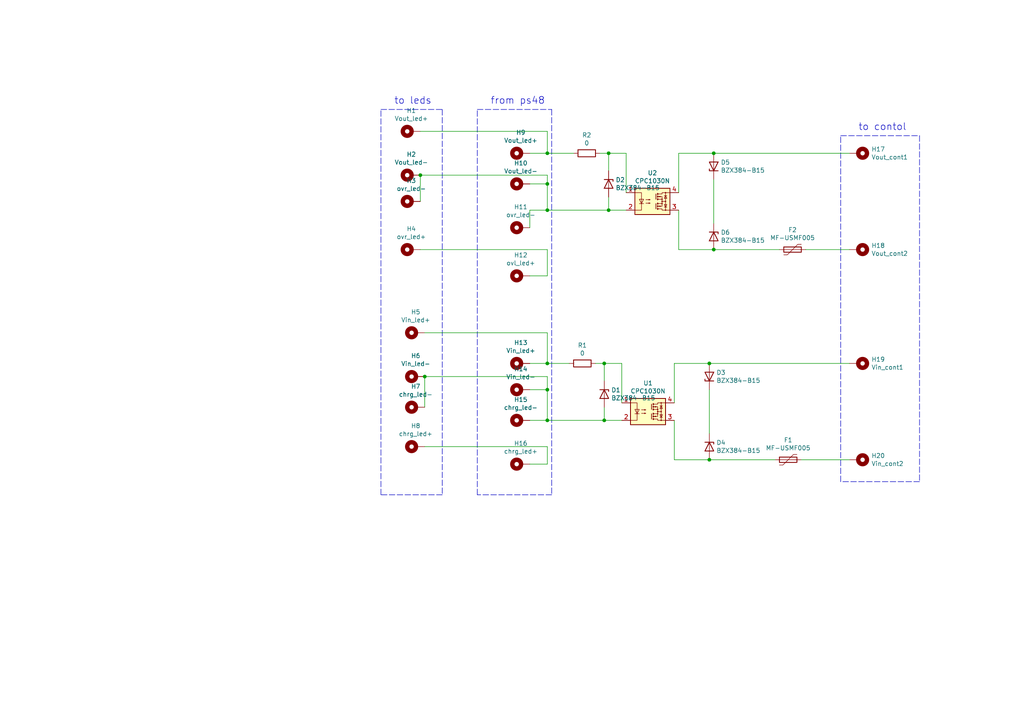
<source format=kicad_sch>
(kicad_sch (version 20211123) (generator eeschema)
  (paper "A4")
  (lib_symbols
    (symbol "Device:Polyfuse" (pin_numbers hide) (pin_names (offset 0))
      (property "Reference" "F" (at -2.54 0 90))
      (property "Value" "Polyfuse" (at 2.54 0 90))
      (symbol "Polyfuse_0_1"
        (rectangle (start -0.762 2.54) (end 0.762 -2.54) (stroke (width 0.254)))
        (polyline (pts (xy 0 2.54) (xy 0 -2.54)))
        (polyline (pts (xy -1.524 2.54) (xy -1.524 1.524) (xy 1.524 -1.524) (xy 1.524 -2.54)))
      )
      (symbol "Polyfuse_1_1"
        (pin passive line (at 0 3.81 270) (length 1.27) (name "~") (number "1"))
        (pin passive line (at 0 -3.81 90) (length 1.27) (name "~") (number "2"))
      )
    )
    (symbol "Device:R" (pin_numbers hide) (pin_names (offset 0))
      (property "Reference" "R" (at 2.032 0 90))
      (property "Value" "R" (at 0 0 90))
      (symbol "R_0_1"
        (rectangle (start -1.016 -2.54) (end 1.016 2.54) (stroke (width 0.254)))
      )
      (symbol "R_1_1"
        (pin passive line (at 0 3.81 270) (length 1.27) (name "~") (number "1"))
        (pin passive line (at 0 -3.81 90) (length 1.27) (name "~") (number "2"))
      )
    )
    (symbol "Diode:BZX384-xxx" (pin_numbers hide) (pin_names hide)
      (property "Reference" "D" (at 0 2.54 0))
      (property "Value" "BZX384-xxx" (at 0 -2.54 0))
      (symbol "BZX384-xxx_0_1"
        (polyline (pts (xy 1.27 0) (xy -1.27 0)))
        (polyline (pts (xy -1.27 -1.27) (xy -1.27 1.27) (xy -0.762 1.27)) (stroke (width 0.254)))
        (polyline (pts (xy 1.27 -1.27) (xy 1.27 1.27) (xy -1.27 0) (xy 1.27 -1.27)) (stroke (width 0.254)))
      )
      (symbol "BZX384-xxx_1_1"
        (pin passive line (at -3.81 0 0) (length 2.54) (name "K") (number "1"))
        (pin passive line (at 3.81 0 180) (length 2.54) (name "A") (number "2"))
      )
    )
    (symbol "Mechanical:MountingHole_Pad" (pin_numbers hide) (pin_names (offset 1.016) hide)
      (property "Reference" "H" (at 0 6.35 0))
      (property "Value" "MountingHole_Pad" (at 0 4.445 0))
      (symbol "MountingHole_Pad_0_1"
        (circle (center 0 1.27) (radius 1.27) (stroke (width 1.27)))
      )
      (symbol "MountingHole_Pad_1_1"
        (pin input line (at 0 -2.54 90) (length 2.54) (name "1") (number "1"))
      )
    )
    (symbol "Relay_SolidState:CPC1017N"
      (property "Reference" "U" (at -5.08 5.08 0))
      (property "Value" "CPC1017N" (at 0 5.08 0))
      (symbol "CPC1017N_0_1"
        (rectangle (start -5.08 3.81) (end 5.08 -3.81) (stroke (width 0.254)) (fill (type background)))
        (polyline (pts (xy -3.81 -0.635) (xy -2.54 -0.635)))
        (polyline (pts (xy 1.016 -0.635) (xy 1.016 -2.159)) (stroke (width 0.2032)))
        (polyline (pts (xy 1.016 2.159) (xy 1.016 0.635)) (stroke (width 0.2032)))
        (polyline (pts (xy 1.524 -0.508) (xy 1.524 -0.762)) (stroke (width 0.3556)))
        (polyline (pts (xy 2.794 0) (xy 3.81 0)))
        (polyline (pts (xy 3.429 -1.651) (xy 4.191 -1.651)))
        (polyline (pts (xy 3.429 1.651) (xy 4.191 1.651)))
        (polyline (pts (xy 3.81 -2.54) (xy 3.81 2.54)))
        (polyline (pts (xy 1.524 -2.032) (xy 1.524 -2.286) (xy 1.524 -2.286)) (stroke (width 0.3556)))
        (polyline (pts (xy 1.524 -1.27) (xy 1.524 -1.524) (xy 1.524 -1.524)) (stroke (width 0.3556)))
        (polyline (pts (xy 1.524 0.762) (xy 1.524 0.508) (xy 1.524 0.508)) (stroke (width 0.3556)))
        (polyline (pts (xy 1.524 1.524) (xy 1.524 1.27) (xy 1.524 1.27)) (stroke (width 0.3556)))
        (polyline (pts (xy 1.524 2.286) (xy 1.524 2.032) (xy 1.524 2.032)) (stroke (width 0.3556)))
        (polyline (pts (xy 1.651 -1.397) (xy 2.794 -1.397) (xy 2.794 -0.635)))
        (polyline (pts (xy 1.651 1.397) (xy 2.794 1.397) (xy 2.794 0.635)))
        (polyline (pts (xy -5.08 2.54) (xy -3.175 2.54) (xy -3.175 -2.54) (xy -5.08 -2.54)))
        (polyline (pts (xy -3.175 -0.635) (xy -3.81 0.635) (xy -2.54 0.635) (xy -3.175 -0.635)))
        (polyline (pts (xy 1.651 -2.159) (xy 2.794 -2.159) (xy 2.794 -2.54) (xy 5.08 -2.54)))
        (polyline (pts (xy 1.651 -0.635) (xy 2.794 -0.635) (xy 2.794 0.635) (xy 1.651 0.635)))
        (polyline (pts (xy 1.651 2.159) (xy 2.794 2.159) (xy 2.794 2.54) (xy 5.08 2.54)))
        (polyline (pts (xy 1.778 -1.397) (xy 2.286 -1.27) (xy 2.286 -1.524) (xy 1.778 -1.397)))
        (polyline (pts (xy 1.778 1.397) (xy 2.286 1.524) (xy 2.286 1.27) (xy 1.778 1.397)))
        (polyline (pts (xy 3.81 -1.651) (xy 3.429 -0.889) (xy 4.191 -0.889) (xy 3.81 -1.651)))
        (polyline (pts (xy 3.81 1.651) (xy 3.429 0.889) (xy 4.191 0.889) (xy 3.81 1.651)))
        (polyline (pts (xy -1.905 -0.508) (xy -0.635 -0.508) (xy -1.016 -0.635) (xy -1.016 -0.381) (xy -0.635 -0.508)))
        (polyline (pts (xy -1.905 0.508) (xy -0.635 0.508) (xy -1.016 0.381) (xy -1.016 0.635) (xy -0.635 0.508)))
        (circle (center 2.794 -0.635) (radius 0.127))
        (circle (center 2.794 0) (radius 0.127))
        (circle (center 2.794 0.635) (radius 0.127))
        (circle (center 3.81 -2.54) (radius 0.127))
        (circle (center 3.81 0) (radius 0.127))
        (circle (center 3.81 2.54) (radius 0.127))
      )
      (symbol "CPC1017N_1_1"
        (pin passive line (at -7.62 2.54 0) (length 2.54) (name "~") (number "1"))
        (pin passive line (at -7.62 -2.54 0) (length 2.54) (name "~") (number "2"))
        (pin passive line (at 7.62 -2.54 180) (length 2.54) (name "~") (number "3"))
        (pin passive line (at 7.62 2.54 180) (length 2.54) (name "~") (number "4"))
      )
    )
  )
  (junction (at 158.75 44.45))
  (junction (at 205.74 105.41))
  (junction (at 158.75 113.03))
  (junction (at 205.74 133.35))
  (junction (at 121.92 50.8))
  (junction (at 158.75 105.41))
  (junction (at 175.26 105.41))
  (junction (at 175.26 121.92))
  (junction (at 207.01 44.45))
  (junction (at 158.75 53.34))
  (junction (at 207.01 72.39))
  (junction (at 158.75 60.96))
  (junction (at 176.53 44.45))
  (junction (at 158.75 121.92))
  (junction (at 176.53 60.96))
  (junction (at 123.19 109.22))
  (wire (pts (xy 207.01 64.77) (xy 207.01 52.07)))
  (wire (pts (xy 196.85 60.96) (xy 196.85 72.39)))
  (polyline (pts (xy 110.49 31.75) (xy 128.27 31.75)))
  (wire (pts (xy 158.75 113.03) (xy 158.75 121.92)))
  (wire (pts (xy 123.19 96.52) (xy 158.75 96.52)))
  (wire (pts (xy 196.85 72.39) (xy 207.01 72.39)))
  (wire (pts (xy 195.58 133.35) (xy 205.74 133.35)))
  (wire (pts (xy 195.58 105.41) (xy 205.74 105.41)))
  (wire (pts (xy 153.67 121.92) (xy 158.75 121.92)))
  (wire (pts (xy 158.75 105.41) (xy 153.67 105.41)))
  (wire (pts (xy 173.99 44.45) (xy 176.53 44.45)))
  (wire (pts (xy 153.67 44.45) (xy 158.75 44.45)))
  (wire (pts (xy 158.75 60.96) (xy 176.53 60.96)))
  (wire (pts (xy 153.67 113.03) (xy 158.75 113.03)))
  (wire (pts (xy 195.58 121.92) (xy 195.58 133.35)))
  (polyline (pts (xy 110.49 143.51) (xy 110.49 31.75)))
  (wire (pts (xy 176.53 60.96) (xy 181.61 60.96)))
  (wire (pts (xy 158.75 53.34) (xy 158.75 60.96)))
  (polyline (pts (xy 266.7 39.37) (xy 266.7 139.7)))
  (wire (pts (xy 121.92 58.42) (xy 121.92 50.8)))
  (wire (pts (xy 123.19 129.54) (xy 158.75 129.54)))
  (polyline (pts (xy 128.27 143.51) (xy 110.49 143.51)))
  (wire (pts (xy 196.85 55.88) (xy 196.85 44.45)))
  (polyline (pts (xy 160.02 143.51) (xy 138.43 143.51)))
  (wire (pts (xy 158.75 109.22) (xy 158.75 113.03)))
  (wire (pts (xy 158.75 80.01) (xy 153.67 80.01)))
  (wire (pts (xy 175.26 105.41) (xy 180.34 105.41)))
  (polyline (pts (xy 128.27 31.75) (xy 128.27 143.51)))
  (wire (pts (xy 158.75 38.1) (xy 158.75 44.45)))
  (wire (pts (xy 153.67 60.96) (xy 153.67 66.04)))
  (wire (pts (xy 123.19 109.22) (xy 158.75 109.22)))
  (wire (pts (xy 172.72 105.41) (xy 175.26 105.41)))
  (wire (pts (xy 158.75 72.39) (xy 158.75 80.01)))
  (wire (pts (xy 175.26 110.49) (xy 175.26 105.41)))
  (wire (pts (xy 158.75 44.45) (xy 166.37 44.45)))
  (polyline (pts (xy 138.43 143.51) (xy 138.43 31.75)))
  (wire (pts (xy 205.74 133.35) (xy 224.79 133.35)))
  (wire (pts (xy 195.58 116.84) (xy 195.58 105.41)))
  (wire (pts (xy 153.67 53.34) (xy 158.75 53.34)))
  (wire (pts (xy 207.01 72.39) (xy 226.06 72.39)))
  (wire (pts (xy 158.75 121.92) (xy 175.26 121.92)))
  (wire (pts (xy 158.75 129.54) (xy 158.75 134.62)))
  (polyline (pts (xy 266.7 139.7) (xy 243.84 139.7)))
  (wire (pts (xy 205.74 125.73) (xy 205.74 113.03)))
  (polyline (pts (xy 160.02 31.75) (xy 160.02 143.51)))
  (polyline (pts (xy 243.84 39.37) (xy 266.7 39.37)))
  (wire (pts (xy 232.41 133.35) (xy 246.38 133.35)))
  (wire (pts (xy 181.61 44.45) (xy 181.61 55.88)))
  (wire (pts (xy 176.53 57.15) (xy 176.53 60.96)))
  (wire (pts (xy 176.53 49.53) (xy 176.53 44.45)))
  (wire (pts (xy 121.92 72.39) (xy 158.75 72.39)))
  (wire (pts (xy 165.1 105.41) (xy 158.75 105.41)))
  (polyline (pts (xy 138.43 31.75) (xy 160.02 31.75)))
  (wire (pts (xy 175.26 121.92) (xy 180.34 121.92)))
  (wire (pts (xy 180.34 105.41) (xy 180.34 116.84)))
  (wire (pts (xy 123.19 109.22) (xy 123.19 118.11)))
  (wire (pts (xy 121.92 50.8) (xy 158.75 50.8)))
  (polyline (pts (xy 243.84 139.7) (xy 243.84 39.37)))
  (wire (pts (xy 121.92 38.1) (xy 158.75 38.1)))
  (wire (pts (xy 205.74 105.41) (xy 246.38 105.41)))
  (wire (pts (xy 196.85 44.45) (xy 207.01 44.45)))
  (wire (pts (xy 158.75 134.62) (xy 153.67 134.62)))
  (wire (pts (xy 176.53 44.45) (xy 181.61 44.45)))
  (wire (pts (xy 158.75 96.52) (xy 158.75 105.41)))
  (wire (pts (xy 207.01 44.45) (xy 246.38 44.45)))
  (wire (pts (xy 175.26 118.11) (xy 175.26 121.92)))
  (wire (pts (xy 158.75 50.8) (xy 158.75 53.34)))
  (wire (pts (xy 246.38 72.39) (xy 233.68 72.39)))
  (wire (pts (xy 153.67 60.96) (xy 158.75 60.96)))
  (text "from ps48" (at 142.24 30.48 0) (effects (font (size 2.0066 2.0066)) (justify left bottom)))
  (text "to leds" (at 114.3 30.48 0) (effects (font (size 2.0066 2.0066)) (justify left bottom)))
  (text "to contol" (at 248.92 38.1 0) (effects (font (size 2.0066 2.0066)) (justify left bottom)))
  (symbol (lib_id "Relay_SolidState:CPC1017N") (at 189.23 58.42 0) (unit 1)
    (property "Reference" "U2" (at 189.23 50.165 0))
    (property "Value" "CPC1030N" (at 189.23 52.4764 0))
    (property "Footprint" "Package_SO:SOP-4_3.8x4.1mm_P2.54mm" (effects hide))
    (property "Datasheet" "http://www.ixysic.com/home/pdfs.nsf/www/CPC1017N.pdf/$file/CPC1017N.pdf" (effects hide))
  )
  (symbol (lib_id "Diode:BZX384-xxx") (at 207.01 48.26 90) (unit 1)
    (property "Reference" "D5" (at 209.042 47.0916 90) (effects (justify right)))
    (property "Value" "BZX384-B15" (at 209.042 49.403 90) (effects (justify right)))
    (property "Footprint" "Diode_SMD:D_SOD-323" (effects hide))
    (property "Datasheet" "https://assets.nexperia.com/documents/data-sheet/BZX384_SERIES.pdf" (effects hide))
  )
  (symbol (lib_id "Diode:BZX384-xxx") (at 207.01 68.58 270) (unit 1)
    (property "Reference" "D6" (at 209.042 67.4116 90) (effects (justify left)))
    (property "Value" "BZX384-B15" (at 209.042 69.723 90) (effects (justify left)))
    (property "Footprint" "Diode_SMD:D_SOD-323" (effects hide))
    (property "Datasheet" "https://assets.nexperia.com/documents/data-sheet/BZX384_SERIES.pdf" (effects hide))
  )
  (symbol (lib_id "Device:Polyfuse") (at 229.87 72.39 90) (unit 1)
    (property "Reference" "F2" (at 229.87 66.675 90))
    (property "Value" "MF-USMF005" (at 229.87 68.9864 90))
    (property "Footprint" "Resistor_SMD:R_1206_3216Metric" (effects hide))
  )
  (symbol (lib_id "Device:R") (at 170.18 44.45 90) (unit 1)
    (property "Reference" "R2" (at 170.18 39.1922 90))
    (property "Value" "0" (at 170.18 41.5036 90))
    (property "Footprint" "Resistor_SMD:R_1206_3216Metric" (effects hide))
  )
  (symbol (lib_id "Relay_SolidState:CPC1017N") (at 187.96 119.38 0) (unit 1)
    (property "Reference" "U1" (at 187.96 111.125 0))
    (property "Value" "CPC1030N" (at 187.96 113.4364 0))
    (property "Footprint" "Package_SO:SOP-4_3.8x4.1mm_P2.54mm" (effects hide))
    (property "Datasheet" "http://www.ixysic.com/home/pdfs.nsf/www/CPC1017N.pdf/$file/CPC1017N.pdf" (effects hide))
    (property "Spice_Primitive" "X" (effects hide))
    (property "Spice_Model" "cpc1030" (effects hide))
    (property "Spice_Netlist_Enabled" "Y" (effects hide))
    (property "Spice_Lib_File" "spice\\PS2561F.lib" (effects hide))
  )
  (symbol (lib_id "Diode:BZX384-xxx") (at 205.74 109.22 90) (unit 1)
    (property "Reference" "D3" (at 207.772 108.0516 90) (effects (justify right)))
    (property "Value" "BZX384-B15" (at 207.772 110.363 90) (effects (justify right)))
    (property "Footprint" "Diode_SMD:D_SOD-323" (effects hide))
    (property "Datasheet" "https://assets.nexperia.com/documents/data-sheet/BZX384_SERIES.pdf" (effects hide))
  )
  (symbol (lib_id "Diode:BZX384-xxx") (at 205.74 129.54 270) (unit 1)
    (property "Reference" "D4" (at 207.772 128.3716 90) (effects (justify left)))
    (property "Value" "BZX384-B15" (at 207.772 130.683 90) (effects (justify left)))
    (property "Footprint" "Diode_SMD:D_SOD-323" (effects hide))
    (property "Datasheet" "https://assets.nexperia.com/documents/data-sheet/BZX384_SERIES.pdf" (effects hide))
  )
  (symbol (lib_id "Device:R") (at 168.91 105.41 90) (unit 1)
    (property "Reference" "R1" (at 168.91 100.1522 90))
    (property "Value" "0" (at 168.91 102.4636 90))
    (property "Footprint" "Resistor_SMD:R_1206_3216Metric" (effects hide))
  )
  (symbol (lib_id "Device:Polyfuse") (at 228.6 133.35 90) (unit 1)
    (property "Reference" "F1" (at 228.6 127.635 90))
    (property "Value" "MF-USMF005" (at 228.6 129.9464 90))
    (property "Footprint" "Resistor_SMD:R_1206_3216Metric" (effects hide))
  )
  (symbol (lib_id "Mechanical:MountingHole_Pad") (at 151.13 44.45 90) (unit 1)
    (property "Reference" "H9" (at 151.0538 38.4302 90))
    (property "Value" "Vout_led+" (at 151.0538 40.7416 90))
    (property "Footprint" "Connector_Wire:SolderWirePad_1x01_SMD_1x2mm" (effects hide))
  )
  (symbol (lib_id "Mechanical:MountingHole_Pad") (at 151.13 66.04 90) (unit 1)
    (property "Reference" "H11" (at 151.0538 60.0202 90))
    (property "Value" "ovr_led-" (at 151.0538 62.3316 90))
    (property "Footprint" "Connector_Wire:SolderWirePad_1x01_SMD_1x2mm" (effects hide))
  )
  (symbol (lib_id "Mechanical:MountingHole_Pad") (at 151.13 80.01 90) (unit 1)
    (property "Reference" "H12" (at 151.0538 73.9902 90))
    (property "Value" "ovl_led+" (at 151.0538 76.3016 90))
    (property "Footprint" "Connector_Wire:SolderWirePad_1x01_SMD_1x2mm" (effects hide))
  )
  (symbol (lib_id "Mechanical:MountingHole_Pad") (at 151.13 105.41 90) (unit 1)
    (property "Reference" "H13" (at 151.0538 99.3902 90))
    (property "Value" "Vin_led+" (at 151.0538 101.7016 90))
    (property "Footprint" "Connector_Wire:SolderWirePad_1x01_SMD_1x2mm" (effects hide))
  )
  (symbol (lib_id "Mechanical:MountingHole_Pad") (at 151.13 121.92 90) (unit 1)
    (property "Reference" "H15" (at 151.0538 115.9002 90))
    (property "Value" "chrg_led-" (at 151.0538 118.2116 90))
    (property "Footprint" "Connector_Wire:SolderWirePad_1x01_SMD_1x2mm" (effects hide))
  )
  (symbol (lib_id "Mechanical:MountingHole_Pad") (at 151.13 134.62 90) (unit 1)
    (property "Reference" "H16" (at 151.0538 128.6002 90))
    (property "Value" "chrg_led+" (at 151.0538 130.9116 90))
    (property "Footprint" "Connector_Wire:SolderWirePad_1x01_SMD_1x2mm" (effects hide))
  )
  (symbol (lib_id "Mechanical:MountingHole_Pad") (at 119.38 38.1 90) (unit 1)
    (property "Reference" "H1" (at 119.3038 32.0802 90))
    (property "Value" "Vout_led+" (at 119.3038 34.3916 90))
    (property "Footprint" "Connector_Wire:SolderWirePad_1x01_SMD_1x2mm" (effects hide))
  )
  (symbol (lib_id "Mechanical:MountingHole_Pad") (at 119.38 50.8 90) (unit 1)
    (property "Reference" "H2" (at 119.3038 44.7802 90))
    (property "Value" "Vout_led-" (at 119.3038 47.0916 90))
    (property "Footprint" "Connector_Wire:SolderWirePad_1x01_SMD_1x2mm" (effects hide))
  )
  (symbol (lib_id "Mechanical:MountingHole_Pad") (at 119.38 72.39 90) (unit 1)
    (property "Reference" "H4" (at 119.3038 66.3702 90))
    (property "Value" "ovr_led+" (at 119.3038 68.6816 90))
    (property "Footprint" "Connector_Wire:SolderWirePad_1x01_SMD_1x2mm" (effects hide))
  )
  (symbol (lib_id "Mechanical:MountingHole_Pad") (at 119.38 58.42 90) (unit 1)
    (property "Reference" "H3" (at 119.3038 52.4002 90))
    (property "Value" "ovr_led-" (at 119.3038 54.7116 90))
    (property "Footprint" "Connector_Wire:SolderWirePad_1x01_SMD_1x2mm" (effects hide))
  )
  (symbol (lib_id "Mechanical:MountingHole_Pad") (at 120.65 96.52 90) (unit 1)
    (property "Reference" "H5" (at 120.5738 90.5002 90))
    (property "Value" "Vin_led+" (at 120.5738 92.8116 90))
    (property "Footprint" "Connector_Wire:SolderWirePad_1x01_SMD_1x2mm" (effects hide))
  )
  (symbol (lib_id "Mechanical:MountingHole_Pad") (at 120.65 109.22 90) (unit 1)
    (property "Reference" "H6" (at 120.5738 103.2002 90))
    (property "Value" "Vin_led-" (at 120.5738 105.5116 90))
    (property "Footprint" "Connector_Wire:SolderWirePad_1x01_SMD_1x2mm" (effects hide))
  )
  (symbol (lib_id "Mechanical:MountingHole_Pad") (at 120.65 129.54 90) (unit 1)
    (property "Reference" "H8" (at 120.5738 123.5202 90))
    (property "Value" "chrg_led+" (at 120.5738 125.8316 90))
    (property "Footprint" "Connector_Wire:SolderWirePad_1x01_SMD_1x2mm" (effects hide))
  )
  (symbol (lib_id "Mechanical:MountingHole_Pad") (at 120.65 118.11 90) (unit 1)
    (property "Reference" "H7" (at 120.5738 112.0902 90))
    (property "Value" "chrg_led-" (at 120.5738 114.4016 90))
    (property "Footprint" "Connector_Wire:SolderWirePad_1x01_SMD_1x2mm" (effects hide))
  )
  (symbol (lib_id "Mechanical:MountingHole_Pad") (at 248.92 72.39 270) (unit 1)
    (property "Reference" "H18" (at 252.73 71.2216 90) (effects (justify left)))
    (property "Value" "Vout_cont2" (at 252.73 73.533 90) (effects (justify left)))
    (property "Footprint" "Connector_Wire:SolderWirePad_1x01_SMD_1x2mm" (effects hide))
  )
  (symbol (lib_id "Mechanical:MountingHole_Pad") (at 248.92 44.45 270) (unit 1)
    (property "Reference" "H17" (at 252.73 43.2816 90) (effects (justify left)))
    (property "Value" "Vout_cont1" (at 252.73 45.593 90) (effects (justify left)))
    (property "Footprint" "Connector_Wire:SolderWirePad_1x01_SMD_1x2mm" (effects hide))
  )
  (symbol (lib_id "Mechanical:MountingHole_Pad") (at 248.92 133.35 270) (unit 1)
    (property "Reference" "H20" (at 252.73 132.1816 90) (effects (justify left)))
    (property "Value" "Vin_cont2" (at 252.73 134.493 90) (effects (justify left)))
    (property "Footprint" "Connector_Wire:SolderWirePad_1x01_SMD_1x2mm" (effects hide))
  )
  (symbol (lib_id "Mechanical:MountingHole_Pad") (at 248.92 105.41 270) (unit 1)
    (property "Reference" "H19" (at 252.73 104.2416 90) (effects (justify left)))
    (property "Value" "Vin_cont1" (at 252.73 106.553 90) (effects (justify left)))
    (property "Footprint" "Connector_Wire:SolderWirePad_1x01_SMD_1x2mm" (effects hide))
  )
  (symbol (lib_id "Diode:BZX384-xxx") (at 176.53 53.34 270) (unit 1)
    (property "Reference" "D2" (at 178.562 52.1716 90) (effects (justify left)))
    (property "Value" "BZX384-B15" (at 178.562 54.483 90) (effects (justify left)))
    (property "Footprint" "Diode_SMD:D_SOD-323" (effects hide))
    (property "Datasheet" "https://assets.nexperia.com/documents/data-sheet/BZX384_SERIES.pdf" (effects hide))
  )
  (symbol (lib_id "Diode:BZX384-xxx") (at 175.26 114.3 270) (unit 1)
    (property "Reference" "D1" (at 177.292 113.1316 90) (effects (justify left)))
    (property "Value" "BZX384-B15" (at 177.292 115.443 90) (effects (justify left)))
    (property "Footprint" "Diode_SMD:D_SOD-323" (effects hide))
    (property "Datasheet" "https://assets.nexperia.com/documents/data-sheet/BZX384_SERIES.pdf" (effects hide))
  )
  (symbol (lib_id "Mechanical:MountingHole_Pad") (at 151.13 53.34 90) (unit 1)
    (property "Reference" "H10" (at 151.0538 47.3202 90))
    (property "Value" "Vout_led-" (at 151.0538 49.6316 90))
    (property "Footprint" "Connector_Wire:SolderWirePad_1x01_SMD_1x2mm" (effects hide))
  )
  (symbol (lib_id "Mechanical:MountingHole_Pad") (at 151.13 113.03 90) (unit 1)
    (property "Reference" "H14" (at 151.0538 107.0102 90))
    (property "Value" "Vin_led-" (at 151.0538 109.3216 90))
    (property "Footprint" "Connector_Wire:SolderWirePad_1x01_SMD_1x2mm" (effects hide))
  )
)
</source>
